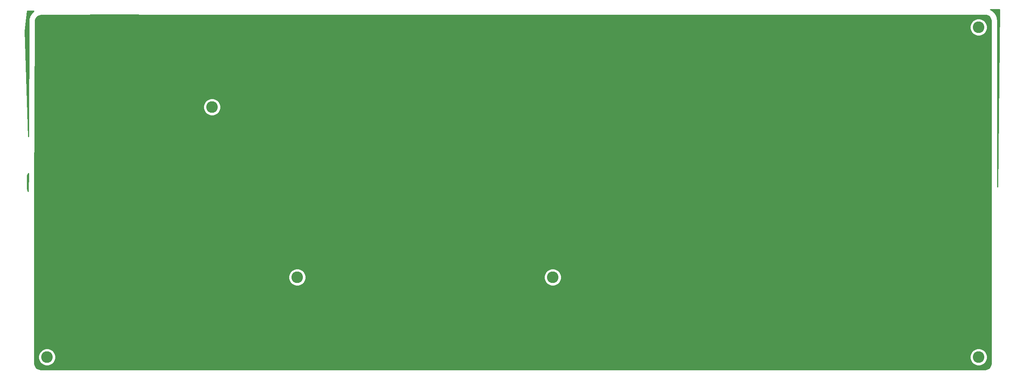
<source format=gbr>
G04 #@! TF.GenerationSoftware,KiCad,Pcbnew,(5.1.0-0)*
G04 #@! TF.CreationDate,2019-06-07T13:15:32+08:00*
G04 #@! TF.ProjectId,BottomPlate,426f7474-6f6d-4506-9c61-74652e6b6963,rev?*
G04 #@! TF.SameCoordinates,Original*
G04 #@! TF.FileFunction,Copper,L2,Bot*
G04 #@! TF.FilePolarity,Positive*
%FSLAX46Y46*%
G04 Gerber Fmt 4.6, Leading zero omitted, Abs format (unit mm)*
G04 Created by KiCad (PCBNEW (5.1.0-0)) date 2019-06-07 13:15:32*
%MOMM*%
%LPD*%
G04 APERTURE LIST*
%ADD10C,2.600000*%
%ADD11C,0.254000*%
G04 APERTURE END LIST*
D10*
X89080000Y-100230000D03*
X70030000Y-62130000D03*
X241480000Y-118090000D03*
X241480000Y-44270000D03*
X146230000Y-100230000D03*
X33120000Y-118100000D03*
D11*
G36*
X53478665Y-41499865D02*
G01*
X53586645Y-41510500D01*
X242940803Y-41510500D01*
X243221771Y-41538049D01*
X243457462Y-41609208D01*
X243674839Y-41724791D01*
X243865629Y-41880395D01*
X244022561Y-42070093D01*
X244139656Y-42286657D01*
X244212459Y-42521844D01*
X244241751Y-42800537D01*
X244241750Y-119552553D01*
X244214201Y-119833521D01*
X244143041Y-120069212D01*
X244027461Y-120286588D01*
X243871854Y-120477379D01*
X243682158Y-120634311D01*
X243465593Y-120751406D01*
X243230406Y-120824209D01*
X242951722Y-120853500D01*
X31658697Y-120853500D01*
X31377729Y-120825951D01*
X31142038Y-120754791D01*
X30924662Y-120639211D01*
X30733871Y-120483604D01*
X30576939Y-120293908D01*
X30459844Y-120077343D01*
X30387041Y-119842156D01*
X30357750Y-119563472D01*
X30357750Y-117909419D01*
X31185000Y-117909419D01*
X31185000Y-118290581D01*
X31259361Y-118664419D01*
X31405225Y-119016566D01*
X31616987Y-119333491D01*
X31886509Y-119603013D01*
X32203434Y-119814775D01*
X32555581Y-119960639D01*
X32929419Y-120035000D01*
X33310581Y-120035000D01*
X33684419Y-119960639D01*
X34036566Y-119814775D01*
X34353491Y-119603013D01*
X34623013Y-119333491D01*
X34834775Y-119016566D01*
X34980639Y-118664419D01*
X35055000Y-118290581D01*
X35055000Y-117909419D01*
X35053011Y-117899419D01*
X239545000Y-117899419D01*
X239545000Y-118280581D01*
X239619361Y-118654419D01*
X239765225Y-119006566D01*
X239976987Y-119323491D01*
X240246509Y-119593013D01*
X240563434Y-119804775D01*
X240915581Y-119950639D01*
X241289419Y-120025000D01*
X241670581Y-120025000D01*
X242044419Y-119950639D01*
X242396566Y-119804775D01*
X242713491Y-119593013D01*
X242983013Y-119323491D01*
X243194775Y-119006566D01*
X243340639Y-118654419D01*
X243415000Y-118280581D01*
X243415000Y-117899419D01*
X243340639Y-117525581D01*
X243194775Y-117173434D01*
X242983013Y-116856509D01*
X242713491Y-116586987D01*
X242396566Y-116375225D01*
X242044419Y-116229361D01*
X241670581Y-116155000D01*
X241289419Y-116155000D01*
X240915581Y-116229361D01*
X240563434Y-116375225D01*
X240246509Y-116586987D01*
X239976987Y-116856509D01*
X239765225Y-117173434D01*
X239619361Y-117525581D01*
X239545000Y-117899419D01*
X35053011Y-117899419D01*
X34980639Y-117535581D01*
X34834775Y-117183434D01*
X34623013Y-116866509D01*
X34353491Y-116596987D01*
X34036566Y-116385225D01*
X33684419Y-116239361D01*
X33310581Y-116165000D01*
X32929419Y-116165000D01*
X32555581Y-116239361D01*
X32203434Y-116385225D01*
X31886509Y-116596987D01*
X31616987Y-116866509D01*
X31405225Y-117183434D01*
X31259361Y-117535581D01*
X31185000Y-117909419D01*
X30357750Y-117909419D01*
X30357750Y-100039419D01*
X87145000Y-100039419D01*
X87145000Y-100420581D01*
X87219361Y-100794419D01*
X87365225Y-101146566D01*
X87576987Y-101463491D01*
X87846509Y-101733013D01*
X88163434Y-101944775D01*
X88515581Y-102090639D01*
X88889419Y-102165000D01*
X89270581Y-102165000D01*
X89644419Y-102090639D01*
X89996566Y-101944775D01*
X90313491Y-101733013D01*
X90583013Y-101463491D01*
X90794775Y-101146566D01*
X90940639Y-100794419D01*
X91015000Y-100420581D01*
X91015000Y-100039419D01*
X144295000Y-100039419D01*
X144295000Y-100420581D01*
X144369361Y-100794419D01*
X144515225Y-101146566D01*
X144726987Y-101463491D01*
X144996509Y-101733013D01*
X145313434Y-101944775D01*
X145665581Y-102090639D01*
X146039419Y-102165000D01*
X146420581Y-102165000D01*
X146794419Y-102090639D01*
X147146566Y-101944775D01*
X147463491Y-101733013D01*
X147733013Y-101463491D01*
X147944775Y-101146566D01*
X148090639Y-100794419D01*
X148165000Y-100420581D01*
X148165000Y-100039419D01*
X148090639Y-99665581D01*
X147944775Y-99313434D01*
X147733013Y-98996509D01*
X147463491Y-98726987D01*
X147146566Y-98515225D01*
X146794419Y-98369361D01*
X146420581Y-98295000D01*
X146039419Y-98295000D01*
X145665581Y-98369361D01*
X145313434Y-98515225D01*
X144996509Y-98726987D01*
X144726987Y-98996509D01*
X144515225Y-99313434D01*
X144369361Y-99665581D01*
X144295000Y-100039419D01*
X91015000Y-100039419D01*
X90940639Y-99665581D01*
X90794775Y-99313434D01*
X90583013Y-98996509D01*
X90313491Y-98726987D01*
X89996566Y-98515225D01*
X89644419Y-98369361D01*
X89270581Y-98295000D01*
X88889419Y-98295000D01*
X88515581Y-98369361D01*
X88163434Y-98515225D01*
X87846509Y-98726987D01*
X87576987Y-98996509D01*
X87365225Y-99313434D01*
X87219361Y-99665581D01*
X87145000Y-100039419D01*
X30357750Y-100039419D01*
X30357750Y-82739395D01*
X30347115Y-82631415D01*
X30333432Y-82586308D01*
X30407406Y-61939419D01*
X68095000Y-61939419D01*
X68095000Y-62320581D01*
X68169361Y-62694419D01*
X68315225Y-63046566D01*
X68526987Y-63363491D01*
X68796509Y-63633013D01*
X69113434Y-63844775D01*
X69465581Y-63990639D01*
X69839419Y-64065000D01*
X70220581Y-64065000D01*
X70594419Y-63990639D01*
X70946566Y-63844775D01*
X71263491Y-63633013D01*
X71533013Y-63363491D01*
X71744775Y-63046566D01*
X71890639Y-62694419D01*
X71965000Y-62320581D01*
X71965000Y-61939419D01*
X71890639Y-61565581D01*
X71744775Y-61213434D01*
X71533013Y-60896509D01*
X71263491Y-60626987D01*
X70946566Y-60415225D01*
X70594419Y-60269361D01*
X70220581Y-60195000D01*
X69839419Y-60195000D01*
X69465581Y-60269361D01*
X69113434Y-60415225D01*
X68796509Y-60626987D01*
X68526987Y-60896509D01*
X68315225Y-61213434D01*
X68169361Y-61565581D01*
X68095000Y-61939419D01*
X30407406Y-61939419D01*
X30471395Y-44079419D01*
X239545000Y-44079419D01*
X239545000Y-44460581D01*
X239619361Y-44834419D01*
X239765225Y-45186566D01*
X239976987Y-45503491D01*
X240246509Y-45773013D01*
X240563434Y-45984775D01*
X240915581Y-46130639D01*
X241289419Y-46205000D01*
X241670581Y-46205000D01*
X242044419Y-46130639D01*
X242396566Y-45984775D01*
X242713491Y-45773013D01*
X242983013Y-45503491D01*
X243194775Y-45186566D01*
X243340639Y-44834419D01*
X243415000Y-44460581D01*
X243415000Y-44079419D01*
X243340639Y-43705581D01*
X243194775Y-43353434D01*
X242983013Y-43036509D01*
X242713491Y-42766987D01*
X242396566Y-42555225D01*
X242044419Y-42409361D01*
X241670581Y-42335000D01*
X241289419Y-42335000D01*
X240915581Y-42409361D01*
X240563434Y-42555225D01*
X240246509Y-42766987D01*
X239976987Y-43036509D01*
X239765225Y-43353434D01*
X239619361Y-43705581D01*
X239545000Y-44079419D01*
X30471395Y-44079419D01*
X30475106Y-43043706D01*
X30496169Y-42944610D01*
X30497242Y-42934404D01*
X30528299Y-42617659D01*
X30599458Y-42381968D01*
X30715041Y-42164591D01*
X30870645Y-41973801D01*
X31060343Y-41816869D01*
X31276907Y-41699774D01*
X31512094Y-41626971D01*
X31828616Y-41593703D01*
X31849375Y-41589442D01*
X31911041Y-41583177D01*
X31947730Y-41571959D01*
X53433812Y-41486259D01*
X53478665Y-41499865D01*
X53478665Y-41499865D01*
G37*
X53478665Y-41499865D02*
X53586645Y-41510500D01*
X242940803Y-41510500D01*
X243221771Y-41538049D01*
X243457462Y-41609208D01*
X243674839Y-41724791D01*
X243865629Y-41880395D01*
X244022561Y-42070093D01*
X244139656Y-42286657D01*
X244212459Y-42521844D01*
X244241751Y-42800537D01*
X244241750Y-119552553D01*
X244214201Y-119833521D01*
X244143041Y-120069212D01*
X244027461Y-120286588D01*
X243871854Y-120477379D01*
X243682158Y-120634311D01*
X243465593Y-120751406D01*
X243230406Y-120824209D01*
X242951722Y-120853500D01*
X31658697Y-120853500D01*
X31377729Y-120825951D01*
X31142038Y-120754791D01*
X30924662Y-120639211D01*
X30733871Y-120483604D01*
X30576939Y-120293908D01*
X30459844Y-120077343D01*
X30387041Y-119842156D01*
X30357750Y-119563472D01*
X30357750Y-117909419D01*
X31185000Y-117909419D01*
X31185000Y-118290581D01*
X31259361Y-118664419D01*
X31405225Y-119016566D01*
X31616987Y-119333491D01*
X31886509Y-119603013D01*
X32203434Y-119814775D01*
X32555581Y-119960639D01*
X32929419Y-120035000D01*
X33310581Y-120035000D01*
X33684419Y-119960639D01*
X34036566Y-119814775D01*
X34353491Y-119603013D01*
X34623013Y-119333491D01*
X34834775Y-119016566D01*
X34980639Y-118664419D01*
X35055000Y-118290581D01*
X35055000Y-117909419D01*
X35053011Y-117899419D01*
X239545000Y-117899419D01*
X239545000Y-118280581D01*
X239619361Y-118654419D01*
X239765225Y-119006566D01*
X239976987Y-119323491D01*
X240246509Y-119593013D01*
X240563434Y-119804775D01*
X240915581Y-119950639D01*
X241289419Y-120025000D01*
X241670581Y-120025000D01*
X242044419Y-119950639D01*
X242396566Y-119804775D01*
X242713491Y-119593013D01*
X242983013Y-119323491D01*
X243194775Y-119006566D01*
X243340639Y-118654419D01*
X243415000Y-118280581D01*
X243415000Y-117899419D01*
X243340639Y-117525581D01*
X243194775Y-117173434D01*
X242983013Y-116856509D01*
X242713491Y-116586987D01*
X242396566Y-116375225D01*
X242044419Y-116229361D01*
X241670581Y-116155000D01*
X241289419Y-116155000D01*
X240915581Y-116229361D01*
X240563434Y-116375225D01*
X240246509Y-116586987D01*
X239976987Y-116856509D01*
X239765225Y-117173434D01*
X239619361Y-117525581D01*
X239545000Y-117899419D01*
X35053011Y-117899419D01*
X34980639Y-117535581D01*
X34834775Y-117183434D01*
X34623013Y-116866509D01*
X34353491Y-116596987D01*
X34036566Y-116385225D01*
X33684419Y-116239361D01*
X33310581Y-116165000D01*
X32929419Y-116165000D01*
X32555581Y-116239361D01*
X32203434Y-116385225D01*
X31886509Y-116596987D01*
X31616987Y-116866509D01*
X31405225Y-117183434D01*
X31259361Y-117535581D01*
X31185000Y-117909419D01*
X30357750Y-117909419D01*
X30357750Y-100039419D01*
X87145000Y-100039419D01*
X87145000Y-100420581D01*
X87219361Y-100794419D01*
X87365225Y-101146566D01*
X87576987Y-101463491D01*
X87846509Y-101733013D01*
X88163434Y-101944775D01*
X88515581Y-102090639D01*
X88889419Y-102165000D01*
X89270581Y-102165000D01*
X89644419Y-102090639D01*
X89996566Y-101944775D01*
X90313491Y-101733013D01*
X90583013Y-101463491D01*
X90794775Y-101146566D01*
X90940639Y-100794419D01*
X91015000Y-100420581D01*
X91015000Y-100039419D01*
X144295000Y-100039419D01*
X144295000Y-100420581D01*
X144369361Y-100794419D01*
X144515225Y-101146566D01*
X144726987Y-101463491D01*
X144996509Y-101733013D01*
X145313434Y-101944775D01*
X145665581Y-102090639D01*
X146039419Y-102165000D01*
X146420581Y-102165000D01*
X146794419Y-102090639D01*
X147146566Y-101944775D01*
X147463491Y-101733013D01*
X147733013Y-101463491D01*
X147944775Y-101146566D01*
X148090639Y-100794419D01*
X148165000Y-100420581D01*
X148165000Y-100039419D01*
X148090639Y-99665581D01*
X147944775Y-99313434D01*
X147733013Y-98996509D01*
X147463491Y-98726987D01*
X147146566Y-98515225D01*
X146794419Y-98369361D01*
X146420581Y-98295000D01*
X146039419Y-98295000D01*
X145665581Y-98369361D01*
X145313434Y-98515225D01*
X144996509Y-98726987D01*
X144726987Y-98996509D01*
X144515225Y-99313434D01*
X144369361Y-99665581D01*
X144295000Y-100039419D01*
X91015000Y-100039419D01*
X90940639Y-99665581D01*
X90794775Y-99313434D01*
X90583013Y-98996509D01*
X90313491Y-98726987D01*
X89996566Y-98515225D01*
X89644419Y-98369361D01*
X89270581Y-98295000D01*
X88889419Y-98295000D01*
X88515581Y-98369361D01*
X88163434Y-98515225D01*
X87846509Y-98726987D01*
X87576987Y-98996509D01*
X87365225Y-99313434D01*
X87219361Y-99665581D01*
X87145000Y-100039419D01*
X30357750Y-100039419D01*
X30357750Y-82739395D01*
X30347115Y-82631415D01*
X30333432Y-82586308D01*
X30407406Y-61939419D01*
X68095000Y-61939419D01*
X68095000Y-62320581D01*
X68169361Y-62694419D01*
X68315225Y-63046566D01*
X68526987Y-63363491D01*
X68796509Y-63633013D01*
X69113434Y-63844775D01*
X69465581Y-63990639D01*
X69839419Y-64065000D01*
X70220581Y-64065000D01*
X70594419Y-63990639D01*
X70946566Y-63844775D01*
X71263491Y-63633013D01*
X71533013Y-63363491D01*
X71744775Y-63046566D01*
X71890639Y-62694419D01*
X71965000Y-62320581D01*
X71965000Y-61939419D01*
X71890639Y-61565581D01*
X71744775Y-61213434D01*
X71533013Y-60896509D01*
X71263491Y-60626987D01*
X70946566Y-60415225D01*
X70594419Y-60269361D01*
X70220581Y-60195000D01*
X69839419Y-60195000D01*
X69465581Y-60269361D01*
X69113434Y-60415225D01*
X68796509Y-60626987D01*
X68526987Y-60896509D01*
X68315225Y-61213434D01*
X68169361Y-61565581D01*
X68095000Y-61939419D01*
X30407406Y-61939419D01*
X30471395Y-44079419D01*
X239545000Y-44079419D01*
X239545000Y-44460581D01*
X239619361Y-44834419D01*
X239765225Y-45186566D01*
X239976987Y-45503491D01*
X240246509Y-45773013D01*
X240563434Y-45984775D01*
X240915581Y-46130639D01*
X241289419Y-46205000D01*
X241670581Y-46205000D01*
X242044419Y-46130639D01*
X242396566Y-45984775D01*
X242713491Y-45773013D01*
X242983013Y-45503491D01*
X243194775Y-45186566D01*
X243340639Y-44834419D01*
X243415000Y-44460581D01*
X243415000Y-44079419D01*
X243340639Y-43705581D01*
X243194775Y-43353434D01*
X242983013Y-43036509D01*
X242713491Y-42766987D01*
X242396566Y-42555225D01*
X242044419Y-42409361D01*
X241670581Y-42335000D01*
X241289419Y-42335000D01*
X240915581Y-42409361D01*
X240563434Y-42555225D01*
X240246509Y-42766987D01*
X239976987Y-43036509D01*
X239765225Y-43353434D01*
X239619361Y-43705581D01*
X239545000Y-44079419D01*
X30471395Y-44079419D01*
X30475106Y-43043706D01*
X30496169Y-42944610D01*
X30497242Y-42934404D01*
X30528299Y-42617659D01*
X30599458Y-42381968D01*
X30715041Y-42164591D01*
X30870645Y-41973801D01*
X31060343Y-41816869D01*
X31276907Y-41699774D01*
X31512094Y-41626971D01*
X31828616Y-41593703D01*
X31849375Y-41589442D01*
X31911041Y-41583177D01*
X31947730Y-41571959D01*
X53433812Y-41486259D01*
X53478665Y-41499865D01*
G36*
X28919068Y-81010966D02*
G01*
X28702120Y-80446438D01*
X28702120Y-77419354D01*
X28933698Y-76927535D01*
X28919068Y-81010966D01*
X28919068Y-81010966D01*
G37*
X28919068Y-81010966D02*
X28702120Y-80446438D01*
X28702120Y-77419354D01*
X28933698Y-76927535D01*
X28919068Y-81010966D01*
G36*
X245711750Y-79987846D02*
G01*
X245711750Y-42739395D01*
X245708589Y-42707306D01*
X245708676Y-42694921D01*
X245707675Y-42684708D01*
X245666874Y-42296515D01*
X245653465Y-42231195D01*
X245640995Y-42165823D01*
X245638030Y-42155999D01*
X245522606Y-41783124D01*
X245496788Y-41721705D01*
X245471836Y-41659947D01*
X245467018Y-41650886D01*
X245281367Y-41307531D01*
X245244092Y-41252268D01*
X245207637Y-41196559D01*
X245201151Y-41188606D01*
X244952344Y-40887851D01*
X244905038Y-40840874D01*
X244858467Y-40793317D01*
X244850560Y-40786775D01*
X244548075Y-40540074D01*
X244492567Y-40503195D01*
X244437622Y-40465573D01*
X244428595Y-40460692D01*
X244083953Y-40277442D01*
X244067295Y-40270576D01*
X246102138Y-40267116D01*
X245711750Y-79987846D01*
X245711750Y-79987846D01*
G37*
X245711750Y-79987846D02*
X245711750Y-42739395D01*
X245708589Y-42707306D01*
X245708676Y-42694921D01*
X245707675Y-42684708D01*
X245666874Y-42296515D01*
X245653465Y-42231195D01*
X245640995Y-42165823D01*
X245638030Y-42155999D01*
X245522606Y-41783124D01*
X245496788Y-41721705D01*
X245471836Y-41659947D01*
X245467018Y-41650886D01*
X245281367Y-41307531D01*
X245244092Y-41252268D01*
X245207637Y-41196559D01*
X245201151Y-41188606D01*
X244952344Y-40887851D01*
X244905038Y-40840874D01*
X244858467Y-40793317D01*
X244850560Y-40786775D01*
X244548075Y-40540074D01*
X244492567Y-40503195D01*
X244437622Y-40465573D01*
X244428595Y-40460692D01*
X244083953Y-40277442D01*
X244067295Y-40270576D01*
X246102138Y-40267116D01*
X245711750Y-79987846D01*
G36*
X30178856Y-40638279D02*
G01*
X29878101Y-40887086D01*
X29831124Y-40934392D01*
X29783567Y-40980963D01*
X29777025Y-40988870D01*
X29530324Y-41291355D01*
X29493445Y-41346863D01*
X29455823Y-41401808D01*
X29450942Y-41410835D01*
X29267692Y-41755477D01*
X29242296Y-41817093D01*
X29216063Y-41878298D01*
X29213028Y-41888101D01*
X29100210Y-42261773D01*
X29087262Y-42327165D01*
X29073421Y-42392281D01*
X29072348Y-42402487D01*
X29034258Y-42790956D01*
X29034258Y-42934403D01*
X29055112Y-43039723D01*
X28963047Y-68736036D01*
X28194847Y-45136014D01*
X28688957Y-40636807D01*
X30183778Y-40634265D01*
X30178856Y-40638279D01*
X30178856Y-40638279D01*
G37*
X30178856Y-40638279D02*
X29878101Y-40887086D01*
X29831124Y-40934392D01*
X29783567Y-40980963D01*
X29777025Y-40988870D01*
X29530324Y-41291355D01*
X29493445Y-41346863D01*
X29455823Y-41401808D01*
X29450942Y-41410835D01*
X29267692Y-41755477D01*
X29242296Y-41817093D01*
X29216063Y-41878298D01*
X29213028Y-41888101D01*
X29100210Y-42261773D01*
X29087262Y-42327165D01*
X29073421Y-42392281D01*
X29072348Y-42402487D01*
X29034258Y-42790956D01*
X29034258Y-42934403D01*
X29055112Y-43039723D01*
X28963047Y-68736036D01*
X28194847Y-45136014D01*
X28688957Y-40636807D01*
X30183778Y-40634265D01*
X30178856Y-40638279D01*
M02*

</source>
